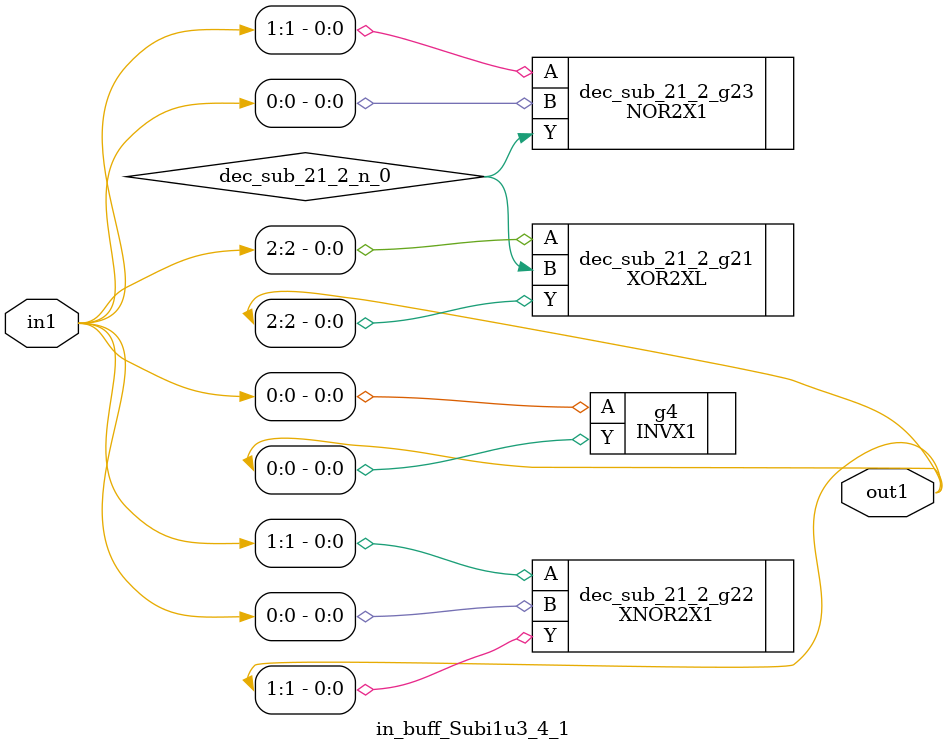
<source format=v>
`timescale 1ps / 1ps


module in_buff_Subi1u3_4_1(in1, out1);
  input [2:0] in1;
  output [2:0] out1;
  wire [2:0] in1;
  wire [2:0] out1;
  wire dec_sub_21_2_n_0;
  INVX1 g4(.A (in1[0]), .Y (out1[0]));
  XOR2XL dec_sub_21_2_g21(.A (in1[2]), .B (dec_sub_21_2_n_0), .Y
       (out1[2]));
  XNOR2X1 dec_sub_21_2_g22(.A (in1[1]), .B (in1[0]), .Y (out1[1]));
  NOR2X1 dec_sub_21_2_g23(.A (in1[1]), .B (in1[0]), .Y
       (dec_sub_21_2_n_0));
endmodule



</source>
